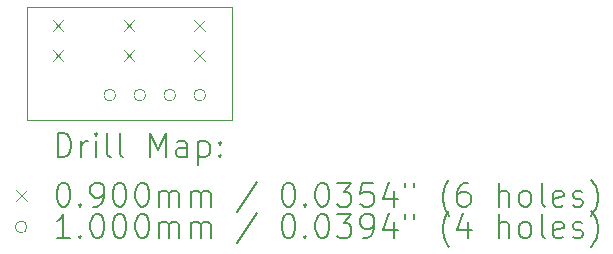
<source format=gbr>
%TF.GenerationSoftware,KiCad,Pcbnew,8.0.6*%
%TF.CreationDate,2024-11-14T16:48:14-06:00*%
%TF.ProjectId,PiLEDLights,50694c45-444c-4696-9768-74732e6b6963,rev?*%
%TF.SameCoordinates,Original*%
%TF.FileFunction,Drillmap*%
%TF.FilePolarity,Positive*%
%FSLAX45Y45*%
G04 Gerber Fmt 4.5, Leading zero omitted, Abs format (unit mm)*
G04 Created by KiCad (PCBNEW 8.0.6) date 2024-11-14 16:48:14*
%MOMM*%
%LPD*%
G01*
G04 APERTURE LIST*
%ADD10C,0.050000*%
%ADD11C,0.200000*%
%ADD12C,0.100000*%
G04 APERTURE END LIST*
D10*
X11540000Y-8940000D02*
X13270000Y-8940000D01*
X13270000Y-9900000D01*
X11540000Y-9900000D01*
X11540000Y-8940000D01*
D11*
D12*
X11755000Y-9055000D02*
X11845000Y-9145000D01*
X11845000Y-9055000D02*
X11755000Y-9145000D01*
X11755000Y-9309000D02*
X11845000Y-9399000D01*
X11845000Y-9309000D02*
X11755000Y-9399000D01*
X12355000Y-9055000D02*
X12445000Y-9145000D01*
X12445000Y-9055000D02*
X12355000Y-9145000D01*
X12355000Y-9309000D02*
X12445000Y-9399000D01*
X12445000Y-9309000D02*
X12355000Y-9399000D01*
X12955000Y-9055000D02*
X13045000Y-9145000D01*
X13045000Y-9055000D02*
X12955000Y-9145000D01*
X12955000Y-9309000D02*
X13045000Y-9399000D01*
X13045000Y-9309000D02*
X12955000Y-9399000D01*
X12288000Y-9690000D02*
G75*
G02*
X12188000Y-9690000I-50000J0D01*
G01*
X12188000Y-9690000D02*
G75*
G02*
X12288000Y-9690000I50000J0D01*
G01*
X12542000Y-9690000D02*
G75*
G02*
X12442000Y-9690000I-50000J0D01*
G01*
X12442000Y-9690000D02*
G75*
G02*
X12542000Y-9690000I50000J0D01*
G01*
X12796000Y-9690000D02*
G75*
G02*
X12696000Y-9690000I-50000J0D01*
G01*
X12696000Y-9690000D02*
G75*
G02*
X12796000Y-9690000I50000J0D01*
G01*
X13050000Y-9690000D02*
G75*
G02*
X12950000Y-9690000I-50000J0D01*
G01*
X12950000Y-9690000D02*
G75*
G02*
X13050000Y-9690000I50000J0D01*
G01*
D11*
X11798277Y-10213984D02*
X11798277Y-10013984D01*
X11798277Y-10013984D02*
X11845896Y-10013984D01*
X11845896Y-10013984D02*
X11874467Y-10023508D01*
X11874467Y-10023508D02*
X11893515Y-10042555D01*
X11893515Y-10042555D02*
X11903039Y-10061603D01*
X11903039Y-10061603D02*
X11912562Y-10099698D01*
X11912562Y-10099698D02*
X11912562Y-10128270D01*
X11912562Y-10128270D02*
X11903039Y-10166365D01*
X11903039Y-10166365D02*
X11893515Y-10185412D01*
X11893515Y-10185412D02*
X11874467Y-10204460D01*
X11874467Y-10204460D02*
X11845896Y-10213984D01*
X11845896Y-10213984D02*
X11798277Y-10213984D01*
X11998277Y-10213984D02*
X11998277Y-10080650D01*
X11998277Y-10118746D02*
X12007801Y-10099698D01*
X12007801Y-10099698D02*
X12017324Y-10090174D01*
X12017324Y-10090174D02*
X12036372Y-10080650D01*
X12036372Y-10080650D02*
X12055420Y-10080650D01*
X12122086Y-10213984D02*
X12122086Y-10080650D01*
X12122086Y-10013984D02*
X12112562Y-10023508D01*
X12112562Y-10023508D02*
X12122086Y-10033031D01*
X12122086Y-10033031D02*
X12131610Y-10023508D01*
X12131610Y-10023508D02*
X12122086Y-10013984D01*
X12122086Y-10013984D02*
X12122086Y-10033031D01*
X12245896Y-10213984D02*
X12226848Y-10204460D01*
X12226848Y-10204460D02*
X12217324Y-10185412D01*
X12217324Y-10185412D02*
X12217324Y-10013984D01*
X12350658Y-10213984D02*
X12331610Y-10204460D01*
X12331610Y-10204460D02*
X12322086Y-10185412D01*
X12322086Y-10185412D02*
X12322086Y-10013984D01*
X12579229Y-10213984D02*
X12579229Y-10013984D01*
X12579229Y-10013984D02*
X12645896Y-10156841D01*
X12645896Y-10156841D02*
X12712562Y-10013984D01*
X12712562Y-10013984D02*
X12712562Y-10213984D01*
X12893515Y-10213984D02*
X12893515Y-10109222D01*
X12893515Y-10109222D02*
X12883991Y-10090174D01*
X12883991Y-10090174D02*
X12864943Y-10080650D01*
X12864943Y-10080650D02*
X12826848Y-10080650D01*
X12826848Y-10080650D02*
X12807801Y-10090174D01*
X12893515Y-10204460D02*
X12874467Y-10213984D01*
X12874467Y-10213984D02*
X12826848Y-10213984D01*
X12826848Y-10213984D02*
X12807801Y-10204460D01*
X12807801Y-10204460D02*
X12798277Y-10185412D01*
X12798277Y-10185412D02*
X12798277Y-10166365D01*
X12798277Y-10166365D02*
X12807801Y-10147317D01*
X12807801Y-10147317D02*
X12826848Y-10137793D01*
X12826848Y-10137793D02*
X12874467Y-10137793D01*
X12874467Y-10137793D02*
X12893515Y-10128270D01*
X12988753Y-10080650D02*
X12988753Y-10280650D01*
X12988753Y-10090174D02*
X13007801Y-10080650D01*
X13007801Y-10080650D02*
X13045896Y-10080650D01*
X13045896Y-10080650D02*
X13064943Y-10090174D01*
X13064943Y-10090174D02*
X13074467Y-10099698D01*
X13074467Y-10099698D02*
X13083991Y-10118746D01*
X13083991Y-10118746D02*
X13083991Y-10175889D01*
X13083991Y-10175889D02*
X13074467Y-10194936D01*
X13074467Y-10194936D02*
X13064943Y-10204460D01*
X13064943Y-10204460D02*
X13045896Y-10213984D01*
X13045896Y-10213984D02*
X13007801Y-10213984D01*
X13007801Y-10213984D02*
X12988753Y-10204460D01*
X13169705Y-10194936D02*
X13179229Y-10204460D01*
X13179229Y-10204460D02*
X13169705Y-10213984D01*
X13169705Y-10213984D02*
X13160182Y-10204460D01*
X13160182Y-10204460D02*
X13169705Y-10194936D01*
X13169705Y-10194936D02*
X13169705Y-10213984D01*
X13169705Y-10090174D02*
X13179229Y-10099698D01*
X13179229Y-10099698D02*
X13169705Y-10109222D01*
X13169705Y-10109222D02*
X13160182Y-10099698D01*
X13160182Y-10099698D02*
X13169705Y-10090174D01*
X13169705Y-10090174D02*
X13169705Y-10109222D01*
D12*
X11447500Y-10497500D02*
X11537500Y-10587500D01*
X11537500Y-10497500D02*
X11447500Y-10587500D01*
D11*
X11836372Y-10433984D02*
X11855420Y-10433984D01*
X11855420Y-10433984D02*
X11874467Y-10443508D01*
X11874467Y-10443508D02*
X11883991Y-10453031D01*
X11883991Y-10453031D02*
X11893515Y-10472079D01*
X11893515Y-10472079D02*
X11903039Y-10510174D01*
X11903039Y-10510174D02*
X11903039Y-10557793D01*
X11903039Y-10557793D02*
X11893515Y-10595889D01*
X11893515Y-10595889D02*
X11883991Y-10614936D01*
X11883991Y-10614936D02*
X11874467Y-10624460D01*
X11874467Y-10624460D02*
X11855420Y-10633984D01*
X11855420Y-10633984D02*
X11836372Y-10633984D01*
X11836372Y-10633984D02*
X11817324Y-10624460D01*
X11817324Y-10624460D02*
X11807801Y-10614936D01*
X11807801Y-10614936D02*
X11798277Y-10595889D01*
X11798277Y-10595889D02*
X11788753Y-10557793D01*
X11788753Y-10557793D02*
X11788753Y-10510174D01*
X11788753Y-10510174D02*
X11798277Y-10472079D01*
X11798277Y-10472079D02*
X11807801Y-10453031D01*
X11807801Y-10453031D02*
X11817324Y-10443508D01*
X11817324Y-10443508D02*
X11836372Y-10433984D01*
X11988753Y-10614936D02*
X11998277Y-10624460D01*
X11998277Y-10624460D02*
X11988753Y-10633984D01*
X11988753Y-10633984D02*
X11979229Y-10624460D01*
X11979229Y-10624460D02*
X11988753Y-10614936D01*
X11988753Y-10614936D02*
X11988753Y-10633984D01*
X12093515Y-10633984D02*
X12131610Y-10633984D01*
X12131610Y-10633984D02*
X12150658Y-10624460D01*
X12150658Y-10624460D02*
X12160182Y-10614936D01*
X12160182Y-10614936D02*
X12179229Y-10586365D01*
X12179229Y-10586365D02*
X12188753Y-10548270D01*
X12188753Y-10548270D02*
X12188753Y-10472079D01*
X12188753Y-10472079D02*
X12179229Y-10453031D01*
X12179229Y-10453031D02*
X12169705Y-10443508D01*
X12169705Y-10443508D02*
X12150658Y-10433984D01*
X12150658Y-10433984D02*
X12112562Y-10433984D01*
X12112562Y-10433984D02*
X12093515Y-10443508D01*
X12093515Y-10443508D02*
X12083991Y-10453031D01*
X12083991Y-10453031D02*
X12074467Y-10472079D01*
X12074467Y-10472079D02*
X12074467Y-10519698D01*
X12074467Y-10519698D02*
X12083991Y-10538746D01*
X12083991Y-10538746D02*
X12093515Y-10548270D01*
X12093515Y-10548270D02*
X12112562Y-10557793D01*
X12112562Y-10557793D02*
X12150658Y-10557793D01*
X12150658Y-10557793D02*
X12169705Y-10548270D01*
X12169705Y-10548270D02*
X12179229Y-10538746D01*
X12179229Y-10538746D02*
X12188753Y-10519698D01*
X12312562Y-10433984D02*
X12331610Y-10433984D01*
X12331610Y-10433984D02*
X12350658Y-10443508D01*
X12350658Y-10443508D02*
X12360182Y-10453031D01*
X12360182Y-10453031D02*
X12369705Y-10472079D01*
X12369705Y-10472079D02*
X12379229Y-10510174D01*
X12379229Y-10510174D02*
X12379229Y-10557793D01*
X12379229Y-10557793D02*
X12369705Y-10595889D01*
X12369705Y-10595889D02*
X12360182Y-10614936D01*
X12360182Y-10614936D02*
X12350658Y-10624460D01*
X12350658Y-10624460D02*
X12331610Y-10633984D01*
X12331610Y-10633984D02*
X12312562Y-10633984D01*
X12312562Y-10633984D02*
X12293515Y-10624460D01*
X12293515Y-10624460D02*
X12283991Y-10614936D01*
X12283991Y-10614936D02*
X12274467Y-10595889D01*
X12274467Y-10595889D02*
X12264943Y-10557793D01*
X12264943Y-10557793D02*
X12264943Y-10510174D01*
X12264943Y-10510174D02*
X12274467Y-10472079D01*
X12274467Y-10472079D02*
X12283991Y-10453031D01*
X12283991Y-10453031D02*
X12293515Y-10443508D01*
X12293515Y-10443508D02*
X12312562Y-10433984D01*
X12503039Y-10433984D02*
X12522086Y-10433984D01*
X12522086Y-10433984D02*
X12541134Y-10443508D01*
X12541134Y-10443508D02*
X12550658Y-10453031D01*
X12550658Y-10453031D02*
X12560182Y-10472079D01*
X12560182Y-10472079D02*
X12569705Y-10510174D01*
X12569705Y-10510174D02*
X12569705Y-10557793D01*
X12569705Y-10557793D02*
X12560182Y-10595889D01*
X12560182Y-10595889D02*
X12550658Y-10614936D01*
X12550658Y-10614936D02*
X12541134Y-10624460D01*
X12541134Y-10624460D02*
X12522086Y-10633984D01*
X12522086Y-10633984D02*
X12503039Y-10633984D01*
X12503039Y-10633984D02*
X12483991Y-10624460D01*
X12483991Y-10624460D02*
X12474467Y-10614936D01*
X12474467Y-10614936D02*
X12464943Y-10595889D01*
X12464943Y-10595889D02*
X12455420Y-10557793D01*
X12455420Y-10557793D02*
X12455420Y-10510174D01*
X12455420Y-10510174D02*
X12464943Y-10472079D01*
X12464943Y-10472079D02*
X12474467Y-10453031D01*
X12474467Y-10453031D02*
X12483991Y-10443508D01*
X12483991Y-10443508D02*
X12503039Y-10433984D01*
X12655420Y-10633984D02*
X12655420Y-10500650D01*
X12655420Y-10519698D02*
X12664943Y-10510174D01*
X12664943Y-10510174D02*
X12683991Y-10500650D01*
X12683991Y-10500650D02*
X12712563Y-10500650D01*
X12712563Y-10500650D02*
X12731610Y-10510174D01*
X12731610Y-10510174D02*
X12741134Y-10529222D01*
X12741134Y-10529222D02*
X12741134Y-10633984D01*
X12741134Y-10529222D02*
X12750658Y-10510174D01*
X12750658Y-10510174D02*
X12769705Y-10500650D01*
X12769705Y-10500650D02*
X12798277Y-10500650D01*
X12798277Y-10500650D02*
X12817324Y-10510174D01*
X12817324Y-10510174D02*
X12826848Y-10529222D01*
X12826848Y-10529222D02*
X12826848Y-10633984D01*
X12922086Y-10633984D02*
X12922086Y-10500650D01*
X12922086Y-10519698D02*
X12931610Y-10510174D01*
X12931610Y-10510174D02*
X12950658Y-10500650D01*
X12950658Y-10500650D02*
X12979229Y-10500650D01*
X12979229Y-10500650D02*
X12998277Y-10510174D01*
X12998277Y-10510174D02*
X13007801Y-10529222D01*
X13007801Y-10529222D02*
X13007801Y-10633984D01*
X13007801Y-10529222D02*
X13017324Y-10510174D01*
X13017324Y-10510174D02*
X13036372Y-10500650D01*
X13036372Y-10500650D02*
X13064943Y-10500650D01*
X13064943Y-10500650D02*
X13083991Y-10510174D01*
X13083991Y-10510174D02*
X13093515Y-10529222D01*
X13093515Y-10529222D02*
X13093515Y-10633984D01*
X13483991Y-10424460D02*
X13312563Y-10681603D01*
X13741134Y-10433984D02*
X13760182Y-10433984D01*
X13760182Y-10433984D02*
X13779229Y-10443508D01*
X13779229Y-10443508D02*
X13788753Y-10453031D01*
X13788753Y-10453031D02*
X13798277Y-10472079D01*
X13798277Y-10472079D02*
X13807801Y-10510174D01*
X13807801Y-10510174D02*
X13807801Y-10557793D01*
X13807801Y-10557793D02*
X13798277Y-10595889D01*
X13798277Y-10595889D02*
X13788753Y-10614936D01*
X13788753Y-10614936D02*
X13779229Y-10624460D01*
X13779229Y-10624460D02*
X13760182Y-10633984D01*
X13760182Y-10633984D02*
X13741134Y-10633984D01*
X13741134Y-10633984D02*
X13722086Y-10624460D01*
X13722086Y-10624460D02*
X13712563Y-10614936D01*
X13712563Y-10614936D02*
X13703039Y-10595889D01*
X13703039Y-10595889D02*
X13693515Y-10557793D01*
X13693515Y-10557793D02*
X13693515Y-10510174D01*
X13693515Y-10510174D02*
X13703039Y-10472079D01*
X13703039Y-10472079D02*
X13712563Y-10453031D01*
X13712563Y-10453031D02*
X13722086Y-10443508D01*
X13722086Y-10443508D02*
X13741134Y-10433984D01*
X13893515Y-10614936D02*
X13903039Y-10624460D01*
X13903039Y-10624460D02*
X13893515Y-10633984D01*
X13893515Y-10633984D02*
X13883991Y-10624460D01*
X13883991Y-10624460D02*
X13893515Y-10614936D01*
X13893515Y-10614936D02*
X13893515Y-10633984D01*
X14026848Y-10433984D02*
X14045896Y-10433984D01*
X14045896Y-10433984D02*
X14064944Y-10443508D01*
X14064944Y-10443508D02*
X14074467Y-10453031D01*
X14074467Y-10453031D02*
X14083991Y-10472079D01*
X14083991Y-10472079D02*
X14093515Y-10510174D01*
X14093515Y-10510174D02*
X14093515Y-10557793D01*
X14093515Y-10557793D02*
X14083991Y-10595889D01*
X14083991Y-10595889D02*
X14074467Y-10614936D01*
X14074467Y-10614936D02*
X14064944Y-10624460D01*
X14064944Y-10624460D02*
X14045896Y-10633984D01*
X14045896Y-10633984D02*
X14026848Y-10633984D01*
X14026848Y-10633984D02*
X14007801Y-10624460D01*
X14007801Y-10624460D02*
X13998277Y-10614936D01*
X13998277Y-10614936D02*
X13988753Y-10595889D01*
X13988753Y-10595889D02*
X13979229Y-10557793D01*
X13979229Y-10557793D02*
X13979229Y-10510174D01*
X13979229Y-10510174D02*
X13988753Y-10472079D01*
X13988753Y-10472079D02*
X13998277Y-10453031D01*
X13998277Y-10453031D02*
X14007801Y-10443508D01*
X14007801Y-10443508D02*
X14026848Y-10433984D01*
X14160182Y-10433984D02*
X14283991Y-10433984D01*
X14283991Y-10433984D02*
X14217325Y-10510174D01*
X14217325Y-10510174D02*
X14245896Y-10510174D01*
X14245896Y-10510174D02*
X14264944Y-10519698D01*
X14264944Y-10519698D02*
X14274467Y-10529222D01*
X14274467Y-10529222D02*
X14283991Y-10548270D01*
X14283991Y-10548270D02*
X14283991Y-10595889D01*
X14283991Y-10595889D02*
X14274467Y-10614936D01*
X14274467Y-10614936D02*
X14264944Y-10624460D01*
X14264944Y-10624460D02*
X14245896Y-10633984D01*
X14245896Y-10633984D02*
X14188753Y-10633984D01*
X14188753Y-10633984D02*
X14169706Y-10624460D01*
X14169706Y-10624460D02*
X14160182Y-10614936D01*
X14464944Y-10433984D02*
X14369706Y-10433984D01*
X14369706Y-10433984D02*
X14360182Y-10529222D01*
X14360182Y-10529222D02*
X14369706Y-10519698D01*
X14369706Y-10519698D02*
X14388753Y-10510174D01*
X14388753Y-10510174D02*
X14436372Y-10510174D01*
X14436372Y-10510174D02*
X14455420Y-10519698D01*
X14455420Y-10519698D02*
X14464944Y-10529222D01*
X14464944Y-10529222D02*
X14474467Y-10548270D01*
X14474467Y-10548270D02*
X14474467Y-10595889D01*
X14474467Y-10595889D02*
X14464944Y-10614936D01*
X14464944Y-10614936D02*
X14455420Y-10624460D01*
X14455420Y-10624460D02*
X14436372Y-10633984D01*
X14436372Y-10633984D02*
X14388753Y-10633984D01*
X14388753Y-10633984D02*
X14369706Y-10624460D01*
X14369706Y-10624460D02*
X14360182Y-10614936D01*
X14645896Y-10500650D02*
X14645896Y-10633984D01*
X14598277Y-10424460D02*
X14550658Y-10567317D01*
X14550658Y-10567317D02*
X14674467Y-10567317D01*
X14741134Y-10433984D02*
X14741134Y-10472079D01*
X14817325Y-10433984D02*
X14817325Y-10472079D01*
X15112563Y-10710174D02*
X15103039Y-10700650D01*
X15103039Y-10700650D02*
X15083991Y-10672079D01*
X15083991Y-10672079D02*
X15074468Y-10653031D01*
X15074468Y-10653031D02*
X15064944Y-10624460D01*
X15064944Y-10624460D02*
X15055420Y-10576841D01*
X15055420Y-10576841D02*
X15055420Y-10538746D01*
X15055420Y-10538746D02*
X15064944Y-10491127D01*
X15064944Y-10491127D02*
X15074468Y-10462555D01*
X15074468Y-10462555D02*
X15083991Y-10443508D01*
X15083991Y-10443508D02*
X15103039Y-10414936D01*
X15103039Y-10414936D02*
X15112563Y-10405412D01*
X15274468Y-10433984D02*
X15236372Y-10433984D01*
X15236372Y-10433984D02*
X15217325Y-10443508D01*
X15217325Y-10443508D02*
X15207801Y-10453031D01*
X15207801Y-10453031D02*
X15188753Y-10481603D01*
X15188753Y-10481603D02*
X15179229Y-10519698D01*
X15179229Y-10519698D02*
X15179229Y-10595889D01*
X15179229Y-10595889D02*
X15188753Y-10614936D01*
X15188753Y-10614936D02*
X15198277Y-10624460D01*
X15198277Y-10624460D02*
X15217325Y-10633984D01*
X15217325Y-10633984D02*
X15255420Y-10633984D01*
X15255420Y-10633984D02*
X15274468Y-10624460D01*
X15274468Y-10624460D02*
X15283991Y-10614936D01*
X15283991Y-10614936D02*
X15293515Y-10595889D01*
X15293515Y-10595889D02*
X15293515Y-10548270D01*
X15293515Y-10548270D02*
X15283991Y-10529222D01*
X15283991Y-10529222D02*
X15274468Y-10519698D01*
X15274468Y-10519698D02*
X15255420Y-10510174D01*
X15255420Y-10510174D02*
X15217325Y-10510174D01*
X15217325Y-10510174D02*
X15198277Y-10519698D01*
X15198277Y-10519698D02*
X15188753Y-10529222D01*
X15188753Y-10529222D02*
X15179229Y-10548270D01*
X15531610Y-10633984D02*
X15531610Y-10433984D01*
X15617325Y-10633984D02*
X15617325Y-10529222D01*
X15617325Y-10529222D02*
X15607801Y-10510174D01*
X15607801Y-10510174D02*
X15588753Y-10500650D01*
X15588753Y-10500650D02*
X15560182Y-10500650D01*
X15560182Y-10500650D02*
X15541134Y-10510174D01*
X15541134Y-10510174D02*
X15531610Y-10519698D01*
X15741134Y-10633984D02*
X15722087Y-10624460D01*
X15722087Y-10624460D02*
X15712563Y-10614936D01*
X15712563Y-10614936D02*
X15703039Y-10595889D01*
X15703039Y-10595889D02*
X15703039Y-10538746D01*
X15703039Y-10538746D02*
X15712563Y-10519698D01*
X15712563Y-10519698D02*
X15722087Y-10510174D01*
X15722087Y-10510174D02*
X15741134Y-10500650D01*
X15741134Y-10500650D02*
X15769706Y-10500650D01*
X15769706Y-10500650D02*
X15788753Y-10510174D01*
X15788753Y-10510174D02*
X15798277Y-10519698D01*
X15798277Y-10519698D02*
X15807801Y-10538746D01*
X15807801Y-10538746D02*
X15807801Y-10595889D01*
X15807801Y-10595889D02*
X15798277Y-10614936D01*
X15798277Y-10614936D02*
X15788753Y-10624460D01*
X15788753Y-10624460D02*
X15769706Y-10633984D01*
X15769706Y-10633984D02*
X15741134Y-10633984D01*
X15922087Y-10633984D02*
X15903039Y-10624460D01*
X15903039Y-10624460D02*
X15893515Y-10605412D01*
X15893515Y-10605412D02*
X15893515Y-10433984D01*
X16074468Y-10624460D02*
X16055420Y-10633984D01*
X16055420Y-10633984D02*
X16017325Y-10633984D01*
X16017325Y-10633984D02*
X15998277Y-10624460D01*
X15998277Y-10624460D02*
X15988753Y-10605412D01*
X15988753Y-10605412D02*
X15988753Y-10529222D01*
X15988753Y-10529222D02*
X15998277Y-10510174D01*
X15998277Y-10510174D02*
X16017325Y-10500650D01*
X16017325Y-10500650D02*
X16055420Y-10500650D01*
X16055420Y-10500650D02*
X16074468Y-10510174D01*
X16074468Y-10510174D02*
X16083991Y-10529222D01*
X16083991Y-10529222D02*
X16083991Y-10548270D01*
X16083991Y-10548270D02*
X15988753Y-10567317D01*
X16160182Y-10624460D02*
X16179230Y-10633984D01*
X16179230Y-10633984D02*
X16217325Y-10633984D01*
X16217325Y-10633984D02*
X16236372Y-10624460D01*
X16236372Y-10624460D02*
X16245896Y-10605412D01*
X16245896Y-10605412D02*
X16245896Y-10595889D01*
X16245896Y-10595889D02*
X16236372Y-10576841D01*
X16236372Y-10576841D02*
X16217325Y-10567317D01*
X16217325Y-10567317D02*
X16188753Y-10567317D01*
X16188753Y-10567317D02*
X16169706Y-10557793D01*
X16169706Y-10557793D02*
X16160182Y-10538746D01*
X16160182Y-10538746D02*
X16160182Y-10529222D01*
X16160182Y-10529222D02*
X16169706Y-10510174D01*
X16169706Y-10510174D02*
X16188753Y-10500650D01*
X16188753Y-10500650D02*
X16217325Y-10500650D01*
X16217325Y-10500650D02*
X16236372Y-10510174D01*
X16312563Y-10710174D02*
X16322087Y-10700650D01*
X16322087Y-10700650D02*
X16341134Y-10672079D01*
X16341134Y-10672079D02*
X16350658Y-10653031D01*
X16350658Y-10653031D02*
X16360182Y-10624460D01*
X16360182Y-10624460D02*
X16369706Y-10576841D01*
X16369706Y-10576841D02*
X16369706Y-10538746D01*
X16369706Y-10538746D02*
X16360182Y-10491127D01*
X16360182Y-10491127D02*
X16350658Y-10462555D01*
X16350658Y-10462555D02*
X16341134Y-10443508D01*
X16341134Y-10443508D02*
X16322087Y-10414936D01*
X16322087Y-10414936D02*
X16312563Y-10405412D01*
D12*
X11537500Y-10806500D02*
G75*
G02*
X11437500Y-10806500I-50000J0D01*
G01*
X11437500Y-10806500D02*
G75*
G02*
X11537500Y-10806500I50000J0D01*
G01*
D11*
X11903039Y-10897984D02*
X11788753Y-10897984D01*
X11845896Y-10897984D02*
X11845896Y-10697984D01*
X11845896Y-10697984D02*
X11826848Y-10726555D01*
X11826848Y-10726555D02*
X11807801Y-10745603D01*
X11807801Y-10745603D02*
X11788753Y-10755127D01*
X11988753Y-10878936D02*
X11998277Y-10888460D01*
X11998277Y-10888460D02*
X11988753Y-10897984D01*
X11988753Y-10897984D02*
X11979229Y-10888460D01*
X11979229Y-10888460D02*
X11988753Y-10878936D01*
X11988753Y-10878936D02*
X11988753Y-10897984D01*
X12122086Y-10697984D02*
X12141134Y-10697984D01*
X12141134Y-10697984D02*
X12160182Y-10707508D01*
X12160182Y-10707508D02*
X12169705Y-10717031D01*
X12169705Y-10717031D02*
X12179229Y-10736079D01*
X12179229Y-10736079D02*
X12188753Y-10774174D01*
X12188753Y-10774174D02*
X12188753Y-10821793D01*
X12188753Y-10821793D02*
X12179229Y-10859889D01*
X12179229Y-10859889D02*
X12169705Y-10878936D01*
X12169705Y-10878936D02*
X12160182Y-10888460D01*
X12160182Y-10888460D02*
X12141134Y-10897984D01*
X12141134Y-10897984D02*
X12122086Y-10897984D01*
X12122086Y-10897984D02*
X12103039Y-10888460D01*
X12103039Y-10888460D02*
X12093515Y-10878936D01*
X12093515Y-10878936D02*
X12083991Y-10859889D01*
X12083991Y-10859889D02*
X12074467Y-10821793D01*
X12074467Y-10821793D02*
X12074467Y-10774174D01*
X12074467Y-10774174D02*
X12083991Y-10736079D01*
X12083991Y-10736079D02*
X12093515Y-10717031D01*
X12093515Y-10717031D02*
X12103039Y-10707508D01*
X12103039Y-10707508D02*
X12122086Y-10697984D01*
X12312562Y-10697984D02*
X12331610Y-10697984D01*
X12331610Y-10697984D02*
X12350658Y-10707508D01*
X12350658Y-10707508D02*
X12360182Y-10717031D01*
X12360182Y-10717031D02*
X12369705Y-10736079D01*
X12369705Y-10736079D02*
X12379229Y-10774174D01*
X12379229Y-10774174D02*
X12379229Y-10821793D01*
X12379229Y-10821793D02*
X12369705Y-10859889D01*
X12369705Y-10859889D02*
X12360182Y-10878936D01*
X12360182Y-10878936D02*
X12350658Y-10888460D01*
X12350658Y-10888460D02*
X12331610Y-10897984D01*
X12331610Y-10897984D02*
X12312562Y-10897984D01*
X12312562Y-10897984D02*
X12293515Y-10888460D01*
X12293515Y-10888460D02*
X12283991Y-10878936D01*
X12283991Y-10878936D02*
X12274467Y-10859889D01*
X12274467Y-10859889D02*
X12264943Y-10821793D01*
X12264943Y-10821793D02*
X12264943Y-10774174D01*
X12264943Y-10774174D02*
X12274467Y-10736079D01*
X12274467Y-10736079D02*
X12283991Y-10717031D01*
X12283991Y-10717031D02*
X12293515Y-10707508D01*
X12293515Y-10707508D02*
X12312562Y-10697984D01*
X12503039Y-10697984D02*
X12522086Y-10697984D01*
X12522086Y-10697984D02*
X12541134Y-10707508D01*
X12541134Y-10707508D02*
X12550658Y-10717031D01*
X12550658Y-10717031D02*
X12560182Y-10736079D01*
X12560182Y-10736079D02*
X12569705Y-10774174D01*
X12569705Y-10774174D02*
X12569705Y-10821793D01*
X12569705Y-10821793D02*
X12560182Y-10859889D01*
X12560182Y-10859889D02*
X12550658Y-10878936D01*
X12550658Y-10878936D02*
X12541134Y-10888460D01*
X12541134Y-10888460D02*
X12522086Y-10897984D01*
X12522086Y-10897984D02*
X12503039Y-10897984D01*
X12503039Y-10897984D02*
X12483991Y-10888460D01*
X12483991Y-10888460D02*
X12474467Y-10878936D01*
X12474467Y-10878936D02*
X12464943Y-10859889D01*
X12464943Y-10859889D02*
X12455420Y-10821793D01*
X12455420Y-10821793D02*
X12455420Y-10774174D01*
X12455420Y-10774174D02*
X12464943Y-10736079D01*
X12464943Y-10736079D02*
X12474467Y-10717031D01*
X12474467Y-10717031D02*
X12483991Y-10707508D01*
X12483991Y-10707508D02*
X12503039Y-10697984D01*
X12655420Y-10897984D02*
X12655420Y-10764650D01*
X12655420Y-10783698D02*
X12664943Y-10774174D01*
X12664943Y-10774174D02*
X12683991Y-10764650D01*
X12683991Y-10764650D02*
X12712563Y-10764650D01*
X12712563Y-10764650D02*
X12731610Y-10774174D01*
X12731610Y-10774174D02*
X12741134Y-10793222D01*
X12741134Y-10793222D02*
X12741134Y-10897984D01*
X12741134Y-10793222D02*
X12750658Y-10774174D01*
X12750658Y-10774174D02*
X12769705Y-10764650D01*
X12769705Y-10764650D02*
X12798277Y-10764650D01*
X12798277Y-10764650D02*
X12817324Y-10774174D01*
X12817324Y-10774174D02*
X12826848Y-10793222D01*
X12826848Y-10793222D02*
X12826848Y-10897984D01*
X12922086Y-10897984D02*
X12922086Y-10764650D01*
X12922086Y-10783698D02*
X12931610Y-10774174D01*
X12931610Y-10774174D02*
X12950658Y-10764650D01*
X12950658Y-10764650D02*
X12979229Y-10764650D01*
X12979229Y-10764650D02*
X12998277Y-10774174D01*
X12998277Y-10774174D02*
X13007801Y-10793222D01*
X13007801Y-10793222D02*
X13007801Y-10897984D01*
X13007801Y-10793222D02*
X13017324Y-10774174D01*
X13017324Y-10774174D02*
X13036372Y-10764650D01*
X13036372Y-10764650D02*
X13064943Y-10764650D01*
X13064943Y-10764650D02*
X13083991Y-10774174D01*
X13083991Y-10774174D02*
X13093515Y-10793222D01*
X13093515Y-10793222D02*
X13093515Y-10897984D01*
X13483991Y-10688460D02*
X13312563Y-10945603D01*
X13741134Y-10697984D02*
X13760182Y-10697984D01*
X13760182Y-10697984D02*
X13779229Y-10707508D01*
X13779229Y-10707508D02*
X13788753Y-10717031D01*
X13788753Y-10717031D02*
X13798277Y-10736079D01*
X13798277Y-10736079D02*
X13807801Y-10774174D01*
X13807801Y-10774174D02*
X13807801Y-10821793D01*
X13807801Y-10821793D02*
X13798277Y-10859889D01*
X13798277Y-10859889D02*
X13788753Y-10878936D01*
X13788753Y-10878936D02*
X13779229Y-10888460D01*
X13779229Y-10888460D02*
X13760182Y-10897984D01*
X13760182Y-10897984D02*
X13741134Y-10897984D01*
X13741134Y-10897984D02*
X13722086Y-10888460D01*
X13722086Y-10888460D02*
X13712563Y-10878936D01*
X13712563Y-10878936D02*
X13703039Y-10859889D01*
X13703039Y-10859889D02*
X13693515Y-10821793D01*
X13693515Y-10821793D02*
X13693515Y-10774174D01*
X13693515Y-10774174D02*
X13703039Y-10736079D01*
X13703039Y-10736079D02*
X13712563Y-10717031D01*
X13712563Y-10717031D02*
X13722086Y-10707508D01*
X13722086Y-10707508D02*
X13741134Y-10697984D01*
X13893515Y-10878936D02*
X13903039Y-10888460D01*
X13903039Y-10888460D02*
X13893515Y-10897984D01*
X13893515Y-10897984D02*
X13883991Y-10888460D01*
X13883991Y-10888460D02*
X13893515Y-10878936D01*
X13893515Y-10878936D02*
X13893515Y-10897984D01*
X14026848Y-10697984D02*
X14045896Y-10697984D01*
X14045896Y-10697984D02*
X14064944Y-10707508D01*
X14064944Y-10707508D02*
X14074467Y-10717031D01*
X14074467Y-10717031D02*
X14083991Y-10736079D01*
X14083991Y-10736079D02*
X14093515Y-10774174D01*
X14093515Y-10774174D02*
X14093515Y-10821793D01*
X14093515Y-10821793D02*
X14083991Y-10859889D01*
X14083991Y-10859889D02*
X14074467Y-10878936D01*
X14074467Y-10878936D02*
X14064944Y-10888460D01*
X14064944Y-10888460D02*
X14045896Y-10897984D01*
X14045896Y-10897984D02*
X14026848Y-10897984D01*
X14026848Y-10897984D02*
X14007801Y-10888460D01*
X14007801Y-10888460D02*
X13998277Y-10878936D01*
X13998277Y-10878936D02*
X13988753Y-10859889D01*
X13988753Y-10859889D02*
X13979229Y-10821793D01*
X13979229Y-10821793D02*
X13979229Y-10774174D01*
X13979229Y-10774174D02*
X13988753Y-10736079D01*
X13988753Y-10736079D02*
X13998277Y-10717031D01*
X13998277Y-10717031D02*
X14007801Y-10707508D01*
X14007801Y-10707508D02*
X14026848Y-10697984D01*
X14160182Y-10697984D02*
X14283991Y-10697984D01*
X14283991Y-10697984D02*
X14217325Y-10774174D01*
X14217325Y-10774174D02*
X14245896Y-10774174D01*
X14245896Y-10774174D02*
X14264944Y-10783698D01*
X14264944Y-10783698D02*
X14274467Y-10793222D01*
X14274467Y-10793222D02*
X14283991Y-10812270D01*
X14283991Y-10812270D02*
X14283991Y-10859889D01*
X14283991Y-10859889D02*
X14274467Y-10878936D01*
X14274467Y-10878936D02*
X14264944Y-10888460D01*
X14264944Y-10888460D02*
X14245896Y-10897984D01*
X14245896Y-10897984D02*
X14188753Y-10897984D01*
X14188753Y-10897984D02*
X14169706Y-10888460D01*
X14169706Y-10888460D02*
X14160182Y-10878936D01*
X14379229Y-10897984D02*
X14417325Y-10897984D01*
X14417325Y-10897984D02*
X14436372Y-10888460D01*
X14436372Y-10888460D02*
X14445896Y-10878936D01*
X14445896Y-10878936D02*
X14464944Y-10850365D01*
X14464944Y-10850365D02*
X14474467Y-10812270D01*
X14474467Y-10812270D02*
X14474467Y-10736079D01*
X14474467Y-10736079D02*
X14464944Y-10717031D01*
X14464944Y-10717031D02*
X14455420Y-10707508D01*
X14455420Y-10707508D02*
X14436372Y-10697984D01*
X14436372Y-10697984D02*
X14398277Y-10697984D01*
X14398277Y-10697984D02*
X14379229Y-10707508D01*
X14379229Y-10707508D02*
X14369706Y-10717031D01*
X14369706Y-10717031D02*
X14360182Y-10736079D01*
X14360182Y-10736079D02*
X14360182Y-10783698D01*
X14360182Y-10783698D02*
X14369706Y-10802746D01*
X14369706Y-10802746D02*
X14379229Y-10812270D01*
X14379229Y-10812270D02*
X14398277Y-10821793D01*
X14398277Y-10821793D02*
X14436372Y-10821793D01*
X14436372Y-10821793D02*
X14455420Y-10812270D01*
X14455420Y-10812270D02*
X14464944Y-10802746D01*
X14464944Y-10802746D02*
X14474467Y-10783698D01*
X14645896Y-10764650D02*
X14645896Y-10897984D01*
X14598277Y-10688460D02*
X14550658Y-10831317D01*
X14550658Y-10831317D02*
X14674467Y-10831317D01*
X14741134Y-10697984D02*
X14741134Y-10736079D01*
X14817325Y-10697984D02*
X14817325Y-10736079D01*
X15112563Y-10974174D02*
X15103039Y-10964650D01*
X15103039Y-10964650D02*
X15083991Y-10936079D01*
X15083991Y-10936079D02*
X15074468Y-10917031D01*
X15074468Y-10917031D02*
X15064944Y-10888460D01*
X15064944Y-10888460D02*
X15055420Y-10840841D01*
X15055420Y-10840841D02*
X15055420Y-10802746D01*
X15055420Y-10802746D02*
X15064944Y-10755127D01*
X15064944Y-10755127D02*
X15074468Y-10726555D01*
X15074468Y-10726555D02*
X15083991Y-10707508D01*
X15083991Y-10707508D02*
X15103039Y-10678936D01*
X15103039Y-10678936D02*
X15112563Y-10669412D01*
X15274468Y-10764650D02*
X15274468Y-10897984D01*
X15226848Y-10688460D02*
X15179229Y-10831317D01*
X15179229Y-10831317D02*
X15303039Y-10831317D01*
X15531610Y-10897984D02*
X15531610Y-10697984D01*
X15617325Y-10897984D02*
X15617325Y-10793222D01*
X15617325Y-10793222D02*
X15607801Y-10774174D01*
X15607801Y-10774174D02*
X15588753Y-10764650D01*
X15588753Y-10764650D02*
X15560182Y-10764650D01*
X15560182Y-10764650D02*
X15541134Y-10774174D01*
X15541134Y-10774174D02*
X15531610Y-10783698D01*
X15741134Y-10897984D02*
X15722087Y-10888460D01*
X15722087Y-10888460D02*
X15712563Y-10878936D01*
X15712563Y-10878936D02*
X15703039Y-10859889D01*
X15703039Y-10859889D02*
X15703039Y-10802746D01*
X15703039Y-10802746D02*
X15712563Y-10783698D01*
X15712563Y-10783698D02*
X15722087Y-10774174D01*
X15722087Y-10774174D02*
X15741134Y-10764650D01*
X15741134Y-10764650D02*
X15769706Y-10764650D01*
X15769706Y-10764650D02*
X15788753Y-10774174D01*
X15788753Y-10774174D02*
X15798277Y-10783698D01*
X15798277Y-10783698D02*
X15807801Y-10802746D01*
X15807801Y-10802746D02*
X15807801Y-10859889D01*
X15807801Y-10859889D02*
X15798277Y-10878936D01*
X15798277Y-10878936D02*
X15788753Y-10888460D01*
X15788753Y-10888460D02*
X15769706Y-10897984D01*
X15769706Y-10897984D02*
X15741134Y-10897984D01*
X15922087Y-10897984D02*
X15903039Y-10888460D01*
X15903039Y-10888460D02*
X15893515Y-10869412D01*
X15893515Y-10869412D02*
X15893515Y-10697984D01*
X16074468Y-10888460D02*
X16055420Y-10897984D01*
X16055420Y-10897984D02*
X16017325Y-10897984D01*
X16017325Y-10897984D02*
X15998277Y-10888460D01*
X15998277Y-10888460D02*
X15988753Y-10869412D01*
X15988753Y-10869412D02*
X15988753Y-10793222D01*
X15988753Y-10793222D02*
X15998277Y-10774174D01*
X15998277Y-10774174D02*
X16017325Y-10764650D01*
X16017325Y-10764650D02*
X16055420Y-10764650D01*
X16055420Y-10764650D02*
X16074468Y-10774174D01*
X16074468Y-10774174D02*
X16083991Y-10793222D01*
X16083991Y-10793222D02*
X16083991Y-10812270D01*
X16083991Y-10812270D02*
X15988753Y-10831317D01*
X16160182Y-10888460D02*
X16179230Y-10897984D01*
X16179230Y-10897984D02*
X16217325Y-10897984D01*
X16217325Y-10897984D02*
X16236372Y-10888460D01*
X16236372Y-10888460D02*
X16245896Y-10869412D01*
X16245896Y-10869412D02*
X16245896Y-10859889D01*
X16245896Y-10859889D02*
X16236372Y-10840841D01*
X16236372Y-10840841D02*
X16217325Y-10831317D01*
X16217325Y-10831317D02*
X16188753Y-10831317D01*
X16188753Y-10831317D02*
X16169706Y-10821793D01*
X16169706Y-10821793D02*
X16160182Y-10802746D01*
X16160182Y-10802746D02*
X16160182Y-10793222D01*
X16160182Y-10793222D02*
X16169706Y-10774174D01*
X16169706Y-10774174D02*
X16188753Y-10764650D01*
X16188753Y-10764650D02*
X16217325Y-10764650D01*
X16217325Y-10764650D02*
X16236372Y-10774174D01*
X16312563Y-10974174D02*
X16322087Y-10964650D01*
X16322087Y-10964650D02*
X16341134Y-10936079D01*
X16341134Y-10936079D02*
X16350658Y-10917031D01*
X16350658Y-10917031D02*
X16360182Y-10888460D01*
X16360182Y-10888460D02*
X16369706Y-10840841D01*
X16369706Y-10840841D02*
X16369706Y-10802746D01*
X16369706Y-10802746D02*
X16360182Y-10755127D01*
X16360182Y-10755127D02*
X16350658Y-10726555D01*
X16350658Y-10726555D02*
X16341134Y-10707508D01*
X16341134Y-10707508D02*
X16322087Y-10678936D01*
X16322087Y-10678936D02*
X16312563Y-10669412D01*
M02*

</source>
